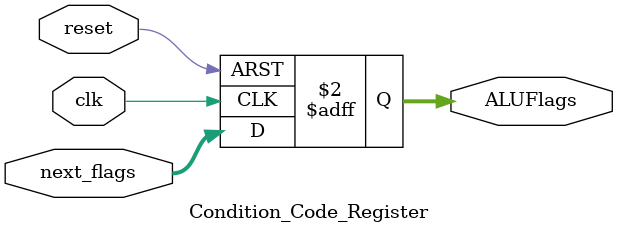
<source format=sv>
module Condition_Code_Register(
	input clk, reset,
	input logic [3:0] next_flags,
	output logic [3:0] ALUFlags
);

	always_ff @ (posedge clk or posedge reset) begin
		if(reset)
			ALUFlags = 4'b0000;
		else
			ALUFlags <= next_flags;
	end
	
endmodule
</source>
